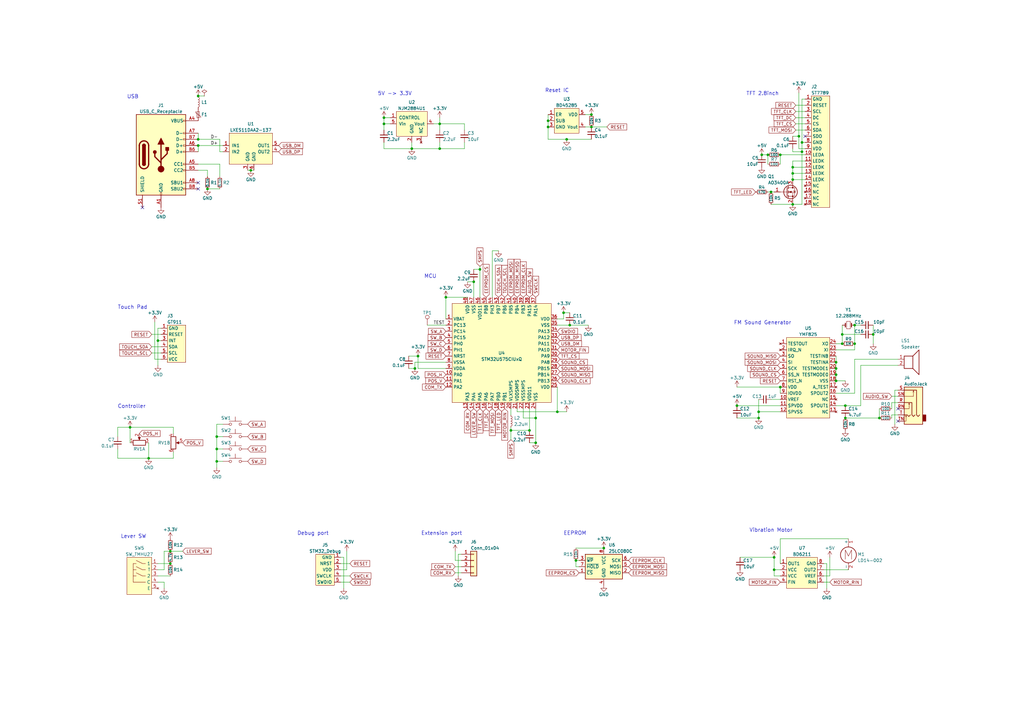
<source format=kicad_sch>
(kicad_sch (version 20230121) (generator eeschema)
  (paper "A3")
  (title_block (title "SmaCon") (date "2023-07-24") (rev "V1.0") (company "https://github.com/KimiakiK"))
  (lib_symbols
    (symbol "Connector:TestPoint" (pin_numbers hide) (pin_names (offset 0.762) hide)
      (property "Reference" "TP" (at 0 6.858 0))
      (property "Value" "TestPoint" (at 0 5.08 0))
      (symbol "TestPoint_1_1"
        (pin passive line (at 0 0 90) (length 2.54) (name "1") (number "1"))
      )
    )
    (symbol "Connector_Audio:AudioJack3_Switch"
      (property "Reference" "J" (at 0 11.43 0))
      (property "Value" "AudioJack3_Switch" (at 0 8.89 0))
      (symbol "AudioJack3_Switch_1_1"
        (pin passive line (at 5.08 0 180) (length 2.54) (name "~") (number "R"))
        (pin passive line (at 5.08 -2.54 180) (length 2.54) (name "~") (number "RN"))
        (pin passive line (at 5.08 5.08 180) (length 2.54) (name "~") (number "S"))
        (pin passive line (at 5.08 2.54 180) (length 2.54) (name "~") (number "SN"))
        (pin passive line (at 5.08 -5.08 180) (length 2.54) (name "~") (number "T"))
        (pin passive line (at 5.08 -7.62 180) (length 2.54) (name "~") (number "TN"))
      )
    )
    (symbol "Connector_Generic:Conn_01x04" (pin_names (offset 1.016) hide)
      (property "Reference" "J" (at 0 5.08 0))
      (property "Value" "Conn_01x04" (at 0 -7.62 0))
      (symbol "Conn_01x04_1_1"
        (pin passive line (at -5.08 2.54 0) (length 3.81) (name "Pin_1") (number "1"))
        (pin passive line (at -5.08 0 0) (length 3.81) (name "Pin_2") (number "2"))
        (pin passive line (at -5.08 -2.54 0) (length 3.81) (name "Pin_3") (number "3"))
        (pin passive line (at -5.08 -5.08 0) (length 3.81) (name "Pin_4") (number "4"))
      )
    )
    (symbol "Device:C_Small" (pin_numbers hide) (pin_names (offset 0.254) hide)
      (property "Reference" "C" (at 0.254 1.778 0))
      (property "Value" "C_Small" (at 0.254 -2.032 0))
      (symbol "C_Small_1_1"
        (pin passive line (at 0 2.54 270) (length 2.032) (name "~") (number "1"))
        (pin passive line (at 0 -2.54 90) (length 2.032) (name "~") (number "2"))
      )
    )
    (symbol "Device:Crystal_Small" (pin_numbers hide) (pin_names (offset 1.016) hide)
      (property "Reference" "Y" (at 0 2.54 0))
      (property "Value" "Crystal_Small" (at 0 -2.54 0))
      (symbol "Crystal_Small_1_1"
        (pin passive line (at -2.54 0 0) (length 1.27) (name "1") (number "1"))
        (pin passive line (at 2.54 0 180) (length 1.27) (name "2") (number "2"))
      )
    )
    (symbol "Device:L_Small" (pin_numbers hide) (pin_names (offset 0.254) hide)
      (property "Reference" "L" (at 0.762 1.016 0))
      (property "Value" "L_Small" (at 0.762 -1.016 0))
      (symbol "L_Small_1_1"
        (pin passive line (at 0 2.54 270) (length 0.508) (name "~") (number "1"))
        (pin passive line (at 0 -2.54 90) (length 0.508) (name "~") (number "2"))
      )
    )
    (symbol "Device:Polyfuse_Small" (pin_numbers hide) (pin_names (offset 0))
      (property "Reference" "F" (at -1.905 0 90))
      (property "Value" "Polyfuse_Small" (at 1.905 0 90))
      (symbol "Polyfuse_Small_1_1"
        (pin passive line (at 0 2.54 270) (length 0.635) (name "~") (number "1"))
        (pin passive line (at 0 -2.54 90) (length 0.635) (name "~") (number "2"))
      )
    )
    (symbol "Device:Q_NMOS_GSD" (pin_names (offset 0) hide)
      (property "Reference" "Q" (at 5.08 1.27 0))
      (property "Value" "Q_NMOS_GSD" (at 5.08 -1.27 0))
      (symbol "Q_NMOS_GSD_1_1"
        (pin input line (at -5.08 0 0) (length 2.54) (name "G") (number "1"))
        (pin passive line (at 2.54 -5.08 90) (length 2.54) (name "S") (number "2"))
        (pin passive line (at 2.54 5.08 270) (length 2.54) (name "D") (number "3"))
      )
    )
    (symbol "Device:R_Potentiometer_Dual_Separate" (pin_names (offset 1.016) hide)
      (property "Reference" "RV" (at -4.445 0 90))
      (property "Value" "R_Potentiometer_Dual_Separate" (at -2.54 0 90))
      (symbol "R_Potentiometer_Dual_Separate_1_1"
        (pin passive line (at 0 3.81 270) (length 1.27) (name "1") (number "1"))
        (pin passive line (at 3.81 0 180) (length 1.27) (name "2") (number "2"))
        (pin passive line (at 0 -3.81 90) (length 1.27) (name "3") (number "3"))
      )
      (symbol "R_Potentiometer_Dual_Separate_2_1"
        (pin passive line (at 0 3.81 270) (length 1.27) (name "4") (number "4"))
        (pin passive line (at 3.81 0 180) (length 1.27) (name "5") (number "5"))
        (pin passive line (at 0 -3.81 90) (length 1.27) (name "6") (number "6"))
      )
    )
    (symbol "Device:R_Small" (pin_numbers hide) (pin_names (offset 0.254) hide)
      (property "Reference" "R" (at 0.762 0.508 0))
      (property "Value" "R_Small" (at 0.762 -1.016 0))
      (symbol "R_Small_1_1"
        (pin passive line (at 0 2.54 270) (length 0.762) (name "~") (number "1"))
        (pin passive line (at 0 -2.54 90) (length 0.762) (name "~") (number "2"))
      )
    )
    (symbol "Device:Speaker" (pin_names (offset 0) hide)
      (property "Reference" "LS" (at 1.27 5.715 0))
      (property "Value" "Speaker" (at 1.27 3.81 0))
      (symbol "Speaker_1_1"
        (pin input line (at -5.08 0 0) (length 2.54) (name "1") (number "1"))
        (pin input line (at -5.08 -2.54 0) (length 2.54) (name "2") (number "2"))
      )
    )
    (symbol "Motor:Motor_DC" (pin_names (offset 0))
      (property "Reference" "M" (at 2.54 2.54 0))
      (property "Value" "Motor_DC" (at 2.54 -5.08 0))
      (symbol "Motor_DC_1_1"
        (pin passive line (at 0 5.08 270) (length 2.54) (name "+") (number "1"))
        (pin passive line (at 0 -7.62 90) (length 2.54) (name "-") (number "2"))
      )
    )
    (symbol "SmaCon:25LC080C"
      (property "Reference" "U" (at -7.62 6.35 0))
      (property "Value" "25LC080C" (at 2.54 -6.35 0))
      (symbol "25LC080C_1_1"
        (pin input line (at -10.16 -2.54 0) (length 2.54) (name "~{CS}") (number "1"))
        (pin tri_state line (at 10.16 -2.54 180) (length 2.54) (name "MISO") (number "2"))
        (pin input line (at -10.16 2.54 0) (length 2.54) (name "~{WP}") (number "3"))
        (pin power_in line (at 0 -7.62 90) (length 2.54) (name "GND") (number "4"))
        (pin input line (at 10.16 0 180) (length 2.54) (name "MOSI") (number "5"))
        (pin input line (at 10.16 2.54 180) (length 2.54) (name "SCK") (number "6"))
        (pin input line (at -10.16 0 0) (length 2.54) (name "~{HOLD}") (number "7"))
        (pin power_in line (at 0 7.62 270) (length 2.54) (name "VCC") (number "8"))
      )
    )
    (symbol "SmaCon:BD45285"
      (property "Reference" "U" (at 0 8.89 0))
      (property "Value" "BD45285" (at 0 6.35 0))
      (symbol "BD45285_0_0"
        (pin passive line (at -7.62 2.54 0) (length 2.54) (name "ER") (number "1"))
        (pin passive line (at -7.62 0 0) (length 2.54) (name "SUB") (number "2"))
        (pin power_in line (at -7.62 -2.54 0) (length 2.54) (name "GND") (number "3"))
        (pin passive line (at 7.62 -2.54 180) (length 2.54) (name "Vout") (number "4"))
        (pin power_in line (at 7.62 2.54 180) (length 2.54) (name "VDD") (number "5"))
      )
    )
    (symbol "SmaCon:BD6211"
      (property "Reference" "U" (at 0 10.16 0))
      (property "Value" "BD6211" (at 0 7.62 0))
      (symbol "BD6211_0_0"
        (pin passive line (at -8.89 3.81 0) (length 2.54) (name "OUT1") (number "1"))
        (pin power_in line (at -8.89 1.27 0) (length 2.54) (name "VCC") (number "2"))
        (pin power_in line (at -8.89 -1.27 0) (length 2.54) (name "VCC") (number "3"))
        (pin passive line (at -8.89 -3.81 0) (length 2.54) (name "FIN") (number "4"))
        (pin passive line (at 8.89 -3.81 180) (length 2.54) (name "RIN") (number "5"))
        (pin power_in line (at 8.89 -1.27 180) (length 2.54) (name "VREF") (number "6"))
        (pin passive line (at 8.89 1.27 180) (length 2.54) (name "OUT2") (number "7"))
        (pin power_in line (at 8.89 3.81 180) (length 2.54) (name "GND") (number "8"))
      )
    )
    (symbol "SmaCon:GT911"
      (property "Reference" "J" (at 0 11.43 0))
      (property "Value" "GT911" (at 0 8.89 0))
      (symbol "GT911_0_0"
        (pin power_in line (at -6.35 6.35 0) (length 2.54) (name "GND") (number "1"))
        (pin passive line (at -6.35 3.81 0) (length 2.54) (name "RESET") (number "2"))
        (pin passive line (at -6.35 1.27 0) (length 2.54) (name "INT") (number "3"))
        (pin passive line (at -6.35 -1.27 0) (length 2.54) (name "SDA") (number "4"))
        (pin passive line (at -6.35 -3.81 0) (length 2.54) (name "SCL") (number "5"))
        (pin power_in line (at -6.35 -6.35 0) (length 2.54) (name "VCC") (number "6"))
      )
    )
    (symbol "SmaCon:LXES11DAA2-137" (pin_names (offset 1.016))
      (property "Reference" "U" (at 0 0 0))
      (property "Value" "LXES11DAA2-137" (at 0 7.62 0))
      (symbol "LXES11DAA2-137_0_0"
        (pin passive line (at -11.43 1.27 0) (length 2.54) (name "IN1") (number "1"))
        (pin passive line (at -11.43 -1.27 0) (length 2.54) (name "IN2") (number "2"))
        (pin power_in line (at -1.27 -8.89 90) (length 2.54) (name "GND") (number "3"))
        (pin passive line (at 11.43 -1.27 180) (length 2.54) (name "OUT2") (number "4"))
        (pin passive line (at 11.43 1.27 180) (length 2.54) (name "OUT1") (number "5"))
        (pin power_in line (at 1.27 -8.89 90) (length 2.54) (name "GND") (number "6"))
      )
    )
    (symbol "SmaCon:NJM2884U1" (pin_names (offset 1.016))
      (property "Reference" "U" (at 0 3.81 0))
      (property "Value" "NJM2884U1" (at 0 6.35 0))
      (symbol "NJM2884U1_1_1"
        (pin passive line (at -8.89 0 0) (length 2.54) (name "CONTROL") (number "1"))
        (pin power_in line (at 0 -10.16 90) (length 2.54) (name "GND") (number "2"))
        (pin no_connect line (at 3.81 -10.16 90) (length 2.54) (name "NC") (number "3"))
        (pin power_out line (at 8.89 -2.54 180) (length 2.54) (name "Vout") (number "4"))
        (pin power_in line (at -8.89 -2.54 0) (length 2.54) (name "Vin") (number "5"))
      )
    )
    (symbol "SmaCon:ST7789"
      (property "Reference" "J" (at 0 26.67 0))
      (property "Value" "ST7789" (at 0 24.13 0))
      (symbol "ST7789_0_0"
        (pin power_in line (at -6.35 21.59 0) (length 2.54) (name "GND") (number "1"))
        (pin passive line (at -6.35 -1.27 0) (length 2.54) (name "LEDA") (number "10"))
        (pin passive line (at -6.35 -3.81 0) (length 2.54) (name "LEDK") (number "11"))
        (pin passive line (at -6.35 -6.35 0) (length 2.54) (name "LEDK") (number "12"))
        (pin passive line (at -6.35 -8.89 0) (length 2.54) (name "LEDK") (number "13"))
        (pin passive line (at -6.35 -11.43 0) (length 2.54) (name "LEDK") (number "14"))
        (pin no_connect line (at -6.35 -13.97 0) (length 2.54) (name "NC") (number "15"))
        (pin no_connect line (at -6.35 -16.51 0) (length 2.54) (name "NC") (number "16"))
        (pin no_connect line (at -6.35 -19.05 0) (length 2.54) (name "NC") (number "17"))
        (pin no_connect line (at -6.35 -21.59 0) (length 2.54) (name "NC") (number "18"))
        (pin passive line (at -6.35 19.05 0) (length 2.54) (name "RESET") (number "2"))
        (pin passive line (at -6.35 16.51 0) (length 2.54) (name "SCL") (number "3"))
        (pin passive line (at -6.35 13.97 0) (length 2.54) (name "DC") (number "4"))
        (pin passive line (at -6.35 11.43 0) (length 2.54) (name "CS") (number "5"))
        (pin passive line (at -6.35 8.89 0) (length 2.54) (name "SDA") (number "6"))
        (pin passive line (at -6.35 6.35 0) (length 2.54) (name "SDO") (number "7"))
        (pin power_in line (at -6.35 3.81 0) (length 2.54) (name "GND") (number "8"))
        (pin power_in line (at -6.35 1.27 0) (length 2.54) (name "VDD") (number "9"))
      )
    )
    (symbol "SmaCon:STM32U575CIUxQ"
      (property "Reference" "U" (at 0 1.27 0))
      (property "Value" "STM32U575CIUxQ" (at 0 -1.27 0))
      (symbol "STM32U575CIUxQ_0_0"
        (pin power_in line (at -22.86 13.97 0) (length 2.54) (name "VBAT") (number "1"))
        (pin passive line (at -22.86 -8.89 0) (length 2.54) (name "PA0") (number "10"))
        (pin passive line (at -22.86 -11.43 0) (length 2.54) (name "PA1") (number "11"))
        (pin passive line (at -22.86 -13.97 0) (length 2.54) (name "PA2") (number "12"))
        (pin passive line (at -13.97 -22.86 90) (length 2.54) (name "PA3") (number "13"))
        (pin passive line (at -11.43 -22.86 90) (length 2.54) (name "PA4") (number "14"))
        (pin passive line (at -8.89 -22.86 90) (length 2.54) (name "PA5") (number "15"))
        (pin passive line (at -6.35 -22.86 90) (length 2.54) (name "PA6") (number "16"))
        (pin passive line (at -3.81 -22.86 90) (length 2.54) (name "PA7") (number "17"))
        (pin passive line (at -1.27 -22.86 90) (length 2.54) (name "PB0") (number "18"))
        (pin passive line (at 1.27 -22.86 90) (length 2.54) (name "PB1") (number "19"))
        (pin passive line (at -22.86 11.43 0) (length 2.54) (name "PC13") (number "2"))
        (pin passive line (at 3.81 -22.86 90) (length 2.54) (name "VLXSMPS") (number "20"))
        (pin power_in line (at 6.35 -22.86 90) (length 2.54) (name "VDDSMPS") (number "21"))
        (pin power_in line (at 8.89 -22.86 90) (length 2.54) (name "VSSSMPS") (number "22"))
        (pin passive line (at 11.43 -22.86 90) (length 2.54) (name "VDD11") (number "23"))
        (pin power_in line (at 13.97 -22.86 90) (length 2.54) (name "VSS") (number "24"))
        (pin power_in line (at 22.86 -13.97 180) (length 2.54) (name "VDD") (number "25"))
        (pin passive line (at 22.86 -11.43 180) (length 2.54) (name "PB13") (number "26"))
        (pin passive line (at 22.86 -8.89 180) (length 2.54) (name "PB14") (number "27"))
        (pin passive line (at 22.86 -6.35 180) (length 2.54) (name "PB15") (number "28"))
        (pin passive line (at 22.86 -3.81 180) (length 2.54) (name "PA8") (number "29"))
        (pin passive line (at -22.86 8.89 0) (length 2.54) (name "PC14") (number "3"))
        (pin passive line (at 22.86 -1.27 180) (length 2.54) (name "PA9") (number "30"))
        (pin passive line (at 22.86 1.27 180) (length 2.54) (name "PA10") (number "31"))
        (pin passive line (at 22.86 3.81 180) (length 2.54) (name "PA11") (number "32"))
        (pin passive line (at 22.86 6.35 180) (length 2.54) (name "PA12") (number "33"))
        (pin passive line (at 22.86 8.89 180) (length 2.54) (name "PA13") (number "34"))
        (pin power_in line (at 22.86 11.43 180) (length 2.54) (name "VSS") (number "35"))
        (pin power_in line (at 22.86 13.97 180) (length 2.54) (name "VDD") (number "36"))
        (pin passive line (at 13.97 22.86 270) (length 2.54) (name "PA14") (number "37"))
        (pin passive line (at 11.43 22.86 270) (length 2.54) (name "PA15") (number "38"))
        (pin passive line (at 8.89 22.86 270) (length 2.54) (name "PB3") (number "39"))
        (pin passive line (at -22.86 6.35 0) (length 2.54) (name "PC15") (number "4"))
        (pin passive line (at 6.35 22.86 270) (length 2.54) (name "PB4") (number "40"))
        (pin passive line (at 3.81 22.86 270) (length 2.54) (name "PB5") (number "41"))
        (pin passive line (at 1.27 22.86 270) (length 2.54) (name "PB6") (number "42"))
        (pin passive line (at -1.27 22.86 270) (length 2.54) (name "PB7") (number "43"))
        (pin passive line (at -3.81 22.86 270) (length 2.54) (name "PH3") (number "44"))
        (pin passive line (at -6.35 22.86 270) (length 2.54) (name "PB8") (number "45"))
        (pin passive line (at -8.89 22.86 270) (length 2.54) (name "VDD11") (number "46"))
        (pin power_in line (at -11.43 22.86 270) (length 2.54) (name "VSS") (number "47"))
        (pin power_in line (at -13.97 22.86 270) (length 2.54) (name "VDD") (number "48"))
        (pin passive line (at -22.86 3.81 0) (length 2.54) (name "PH0") (number "5"))
        (pin passive line (at -22.86 1.27 0) (length 2.54) (name "PH1") (number "6"))
        (pin passive line (at -22.86 -1.27 0) (length 2.54) (name "NRST") (number "7"))
        (pin power_in line (at -22.86 -3.81 0) (length 2.54) (name "VSSA") (number "8"))
        (pin power_in line (at -22.86 -6.35 0) (length 2.54) (name "VDDA") (number "9"))
      )
    )
    (symbol "SmaCon:STM32_Debug_5pin" (pin_names (offset 1.016))
      (property "Reference" "J" (at 0 11.43 0))
      (property "Value" "STM32_Debug_5pin" (at 0 8.89 0))
      (symbol "STM32_Debug_5pin_1_1"
        (pin power_in line (at -6.35 5.08 0) (length 2.54) (name "GND") (number "1"))
        (pin passive line (at -6.35 2.54 0) (length 2.54) (name "NRST") (number "2"))
        (pin power_in line (at -6.35 0 0) (length 2.54) (name "VDD") (number "3"))
        (pin passive line (at -6.35 -2.54 0) (length 2.54) (name "SWCLK") (number "4"))
        (pin passive line (at -6.35 -5.08 0) (length 2.54) (name "SWDIO") (number "5"))
      )
    )
    (symbol "SmaCon:SW_TMHU27"
      (property "Reference" "SW" (at 0 8.89 0))
      (property "Value" "SW_TMHU27" (at 0 11.43 0))
      (symbol "SW_TMHU27_0_0"
        (pin passive line (at 7.62 5.08 180) (length 2.54) (name "1") (number "1"))
        (pin passive line (at 7.62 2.54 180) (length 2.54) (name "T") (number "2"))
        (pin passive line (at 7.62 0 180) (length 2.54) (name "2") (number "3"))
        (pin passive line (at 7.62 -2.54 180) (length 2.54) (name "C") (number "4"))
        (pin no_connect line (at 7.62 -5.08 180) (length 2.54) (name "E") (number "5"))
      )
    )
    (symbol "SmaCon:USB_C_Receptacle" (pin_names (offset 1.016))
      (property "Reference" "J" (at -10.16 17.78 0))
      (property "Value" "USB_C_Receptacle" (at 10.16 17.78 0))
      (symbol "USB_C_Receptacle_1_1"
        (pin power_out line (at 0 -21.59 90) (length 5.08) (name "GND") (number "A1"))
        (pin power_out line (at 0 -21.59 90) (length 5.08) hide (name "GND") (number "A12"))
        (pin power_out line (at 15.24 13.97 180) (length 5.08) (name "VBUS") (number "A4"))
        (pin passive line (at 15.24 -3.81 180) (length 5.08) (name "CC1") (number "A5"))
        (pin passive line (at 15.24 3.81 180) (length 5.08) (name "D+") (number "A6"))
        (pin passive line (at 15.24 8.89 180) (length 5.08) (name "D-") (number "A7"))
        (pin passive line (at 15.24 -11.43 180) (length 5.08) (name "SBU1") (number "A8"))
        (pin power_out line (at 15.24 13.97 180) (length 5.08) hide (name "VBUS") (number "A9"))
        (pin power_out line (at 0 -21.59 90) (length 5.08) hide (name "GND") (number "B1"))
        (pin power_out line (at 0 -21.59 90) (length 5.08) hide (name "GND") (number "B12"))
        (pin power_out line (at 15.24 13.97 180) (length 5.08) hide (name "VBUS") (number "B4"))
        (pin passive line (at 15.24 -6.35 180) (length 5.08) (name "CC2") (number "B5"))
        (pin passive line (at 15.24 1.27 180) (length 5.08) (name "D+") (number "B6"))
        (pin passive line (at 15.24 6.35 180) (length 5.08) (name "D-") (number "B7"))
        (pin passive line (at 15.24 -13.97 180) (length 5.08) (name "SBU2") (number "B8"))
        (pin power_out line (at 15.24 13.97 180) (length 5.08) hide (name "VBUS") (number "B9"))
        (pin passive line (at -7.62 -21.59 90) (length 5.08) (name "SHIELD") (number "S1"))
      )
    )
    (symbol "SmaCon:YMF825"
      (property "Reference" "U" (at 0 20.32 0))
      (property "Value" "YMF825" (at 0 17.78 0))
      (symbol "YMF825_0_0"
        (pin no_connect line (at -11.43 13.97 0) (length 2.54) (name "TESTOUT") (number "1"))
        (pin passive line (at -11.43 -8.89 0) (length 2.54) (name "VREF") (number "10"))
        (pin power_in line (at -11.43 -11.43 0) (length 2.54) (name "SPVDD") (number "11"))
        (pin power_in line (at -11.43 -13.97 0) (length 2.54) (name "SPVSS") (number "12"))
        (pin no_connect line (at 11.43 -13.97 180) (length 2.54) (name "NC") (number "13"))
        (pin passive line (at 11.43 -11.43 180) (length 2.54) (name "SPOUT1") (number "14"))
        (pin no_connect line (at 11.43 -8.89 180) (length 2.54) (name "NC") (number "15"))
        (pin passive line (at 11.43 -6.35 180) (length 2.54) (name "SPOUT2") (number "16"))
        (pin no_connect line (at 11.43 -3.81 180) (length 2.54) (name "A_TEST") (number "17"))
        (pin power_in line (at 11.43 -1.27 180) (length 2.54) (name "VSS") (number "18"))
        (pin passive line (at 11.43 1.27 180) (length 2.54) (name "TESTMODE0") (number "19"))
        (pin no_connect line (at -11.43 11.43 0) (length 2.54) (name "IRQ_N") (number "2"))
        (pin passive line (at 11.43 3.81 180) (length 2.54) (name "TESTMODE1") (number "20"))
        (pin passive line (at 11.43 6.35 180) (length 2.54) (name "TESTINA") (number "21"))
        (pin passive line (at 11.43 8.89 180) (length 2.54) (name "TESTINB") (number "22"))
        (pin passive line (at 11.43 11.43 180) (length 2.54) (name "XI") (number "23"))
        (pin passive line (at 11.43 13.97 180) (length 2.54) (name "XO") (number "24"))
        (pin passive line (at -11.43 8.89 0) (length 2.54) (name "SO") (number "3"))
        (pin passive line (at -11.43 6.35 0) (length 2.54) (name "SI") (number "4"))
        (pin passive line (at -11.43 3.81 0) (length 2.54) (name "SCK") (number "5"))
        (pin passive line (at -11.43 1.27 0) (length 2.54) (name "SS_N") (number "6"))
        (pin passive line (at -11.43 -1.27 0) (length 2.54) (name "RST_N") (number "7"))
        (pin power_in line (at -11.43 -3.81 0) (length 2.54) (name "VDD") (number "8"))
        (pin power_in line (at -11.43 -6.35 0) (length 2.54) (name "IOVDD") (number "9"))
      )
    )
    (symbol "Switch:SW_Push" (pin_numbers hide) (pin_names (offset 1.016) hide)
      (property "Reference" "SW" (at 1.27 2.54 0))
      (property "Value" "SW_Push" (at 0 -1.524 0))
      (symbol "SW_Push_0_1"
        (pin passive line (at -5.08 0 0) (length 2.54) (name "1") (number "1"))
        (pin passive line (at 5.08 0 180) (length 2.54) (name "2") (number "2"))
      )
    )
    (symbol "power:+3.3V" (power) (pin_names (offset 0))
      (property "Value" "+3.3V" (at 0 3.556 0))
      (symbol "+3.3V_1_1"
        (pin power_in line (at 0 0 90) (length 0) hide (name "+3.3V") (number "1"))
      )
    )
    (symbol "power:+5V" (power) (pin_names (offset 0))
      (property "Value" "+5V" (at 0 3.556 0))
      (symbol "+5V_1_1"
        (pin power_in line (at 0 0 90) (length 0) hide (name "+5V") (number "1"))
      )
    )
    (symbol "power:GND" (power) (pin_names (offset 0))
      (property "Value" "GND" (at 0 -3.81 0))
      (symbol "GND_1_1"
        (pin power_in line (at 0 0 270) (length 0) hide (name "GND") (number "1"))
      )
    )
    (symbol "power:PWR_FLAG" (power) (pin_numbers hide) (pin_names (offset 0) hide)
      (property "Value" "PWR_FLAG" (at 0 3.81 0))
      (symbol "PWR_FLAG_0_0"
        (pin power_out line (at 0 0 90) (length 0) (name "pwr") (number "1"))
      )
    )
  )
  (junction (at 236.22 229.87))
  (junction (at 219.71 171.45))
  (junction (at 302.26 166.37))
  (junction (at 231.14 128.27))
  (junction (at 311.15 171.45))
  (junction (at 64.77 139.7))
  (junction (at 325.12 71.12))
  (junction (at 85.09 77.47))
  (junction (at 194.31 115.57))
  (junction (at 342.9 156.21))
  (junction (at 342.9 151.13))
  (junction (at 81.28 39.37))
  (junction (at 217.17 176.53))
  (junction (at 224.79 52.07))
  (junction (at 60.96 187.96))
  (junction (at 360.68 171.45))
  (junction (at 358.14 137.16))
  (junction (at 350.52 140.97))
  (junction (at 157.48 50.8))
  (junction (at 325.12 68.58))
  (junction (at 69.85 226.06))
  (junction (at 346.71 171.45))
  (junction (at 81.28 57.15))
  (junction (at 228.6 168.91))
  (junction (at 311.15 168.91))
  (junction (at 328.93 58.42))
  (junction (at 328.93 62.23))
  (junction (at 171.45 146.05))
  (junction (at 182.88 121.92))
  (junction (at 325.12 83.82))
  (junction (at 346.71 166.37))
  (junction (at 316.23 78.74))
  (junction (at 247.65 224.79))
  (junction (at 242.57 52.07))
  (junction (at 345.44 137.16))
  (junction (at 320.04 158.75))
  (junction (at 325.12 73.66))
  (junction (at 219.71 181.61))
  (junction (at 69.85 231.14))
  (junction (at 345.44 140.97))
  (junction (at 342.9 148.59))
  (junction (at 157.48 48.26))
  (junction (at 196.85 110.49))
  (junction (at 180.34 60.96))
  (junction (at 317.5 233.68))
  (junction (at 209.55 176.53))
  (junction (at 317.5 228.6))
  (junction (at 180.34 50.8))
  (junction (at 314.96 63.5))
  (junction (at 312.42 63.5))
  (junction (at 320.04 63.5))
  (junction (at 53.34 175.26))
  (junction (at 88.9 184.15))
  (junction (at 168.91 60.96))
  (junction (at 81.28 59.69))
  (junction (at 242.57 46.99))
  (junction (at 232.41 57.15))
  (junction (at 88.9 189.23))
  (junction (at 233.68 133.35))
  (junction (at 170.18 151.13))
  (junction (at 327.66 55.88))
  (junction (at 350.52 133.35))
  (junction (at 88.9 179.07))
  (junction (at 102.87 69.85))
  (junction (at 224.79 49.53))
  (junction (at 342.9 153.67))
  (no_connect (at 368.3 172.72))
  (no_connect (at 58.42 85.09))
  (no_connect (at 81.28 77.47))
  (no_connect (at 368.3 167.64))
  (no_connect (at 81.28 74.93))
  (no_connect (at 330.2 55.88))
  (wire (pts (xy 209.55 175.26) (xy 209.55 176.53)))
  (wire (pts (xy 139.7 228.6) (xy 140.97 228.6)))
  (wire (pts (xy 325.12 60.96) (xy 325.12 62.23)))
  (wire (pts (xy 219.71 171.45) (xy 219.71 181.61)))
  (wire (pts (xy 214.63 167.64) (xy 214.63 171.45)))
  (wire (pts (xy 62.23 137.16) (xy 66.04 137.16)))
  (wire (pts (xy 101.6 69.85) (xy 102.87 69.85)))
  (wire (pts (xy 85.09 77.47) (xy 90.17 77.47)))
  (wire (pts (xy 139.7 231.14) (xy 143.51 231.14)))
  (wire (pts (xy 312.42 63.5) (xy 314.96 63.5)))
  (wire (pts (xy 360.68 167.64) (xy 360.68 171.45)))
  (wire (pts (xy 242.57 52.07) (xy 248.92 52.07)))
  (wire (pts (xy 171.45 146.05) (xy 171.45 151.13)))
  (wire (pts (xy 81.28 54.61) (xy 81.28 57.15)))
  (wire (pts (xy 168.91 60.96) (xy 180.34 60.96)))
  (wire (pts (xy 317.5 233.68) (xy 317.5 228.6)))
  (wire (pts (xy 325.12 68.58) (xy 325.12 71.12)))
  (wire (pts (xy 81.28 59.69) (xy 91.44 59.69)))
  (wire (pts (xy 365.76 165.1) (xy 368.3 165.1)))
  (wire (pts (xy 48.26 179.07) (xy 48.26 175.26)))
  (wire (pts (xy 350.52 161.29) (xy 350.52 147.32)))
  (wire (pts (xy 67.31 233.68) (xy 67.31 226.06)))
  (wire (pts (xy 139.7 233.68) (xy 142.24 233.68)))
  (wire (pts (xy 365.76 167.64) (xy 365.76 165.1)))
  (wire (pts (xy 328.93 83.82) (xy 325.12 83.82)))
  (wire (pts (xy 314.96 78.74) (xy 316.23 78.74)))
  (wire (pts (xy 71.12 177.8) (xy 71.12 175.26)))
  (wire (pts (xy 337.82 236.22) (xy 340.36 236.22)))
  (wire (pts (xy 66.04 147.32) (xy 63.5 147.32)))
  (wire (pts (xy 325.12 62.23) (xy 328.93 62.23)))
  (wire (pts (xy 190.5 58.42) (xy 190.5 60.96)))
  (wire (pts (xy 190.5 50.8) (xy 180.34 50.8)))
  (wire (pts (xy 236.22 224.79) (xy 247.65 224.79)))
  (wire (pts (xy 320.04 158.75) (xy 320.04 161.29)))
  (wire (pts (xy 316.23 78.74) (xy 317.5 78.74)))
  (wire (pts (xy 48.26 187.96) (xy 60.96 187.96)))
  (wire (pts (xy 358.14 133.35) (xy 358.14 137.16)))
  (wire (pts (xy 316.23 83.82) (xy 325.12 83.82)))
  (wire (pts (xy 327.66 55.88) (xy 327.66 38.1)))
  (wire (pts (xy 64.77 236.22) (xy 69.85 236.22)))
  (wire (pts (xy 91.44 179.07) (xy 88.9 179.07)))
  (wire (pts (xy 330.2 66.04) (xy 325.12 66.04)))
  (wire (pts (xy 228.6 133.35) (xy 233.68 133.35)))
  (wire (pts (xy 189.23 229.87) (xy 186.69 229.87)))
  (wire (pts (xy 311.15 163.83) (xy 311.15 168.91)))
  (wire (pts (xy 342.9 148.59) (xy 342.9 151.13)))
  (wire (pts (xy 350.52 143.51) (xy 350.52 140.97)))
  (wire (pts (xy 182.88 148.59) (xy 170.18 148.59)))
  (wire (pts (xy 224.79 52.07) (xy 224.79 57.15)))
  (wire (pts (xy 196.85 109.22) (xy 196.85 110.49)))
  (wire (pts (xy 339.09 231.14) (xy 339.09 241.3)))
  (wire (pts (xy 330.2 71.12) (xy 325.12 71.12)))
  (wire (pts (xy 320.04 233.68) (xy 317.5 233.68)))
  (wire (pts (xy 328.93 62.23) (xy 328.93 83.82)))
  (wire (pts (xy 102.87 69.85) (xy 104.14 69.85)))
  (wire (pts (xy 139.7 236.22) (xy 143.51 236.22)))
  (wire (pts (xy 88.9 179.07) (xy 88.9 184.15)))
  (wire (pts (xy 81.28 39.37) (xy 83.82 39.37)))
  (wire (pts (xy 330.2 68.58) (xy 325.12 68.58)))
  (wire (pts (xy 91.44 173.99) (xy 88.9 173.99)))
  (wire (pts (xy 48.26 175.26) (xy 53.34 175.26)))
  (wire (pts (xy 337.82 233.68) (xy 347.98 233.68)))
  (wire (pts (xy 91.44 184.15) (xy 88.9 184.15)))
  (wire (pts (xy 217.17 176.53) (xy 217.17 167.64)))
  (wire (pts (xy 224.79 46.99) (xy 224.79 49.53)))
  (wire (pts (xy 186.69 229.87) (xy 186.69 226.06)))
  (wire (pts (xy 346.71 171.45) (xy 360.68 171.45)))
  (wire (pts (xy 67.31 226.06) (xy 69.85 226.06)))
  (wire (pts (xy 212.09 168.91) (xy 228.6 168.91)))
  (wire (pts (xy 327.66 60.96) (xy 327.66 55.88)))
  (wire (pts (xy 140.97 228.6) (xy 140.97 241.3)))
  (wire (pts (xy 62.23 144.78) (xy 66.04 144.78)))
  (wire (pts (xy 326.39 53.34) (xy 330.2 53.34)))
  (wire (pts (xy 191.77 115.57) (xy 194.31 115.57)))
  (wire (pts (xy 316.23 163.83) (xy 320.04 163.83)))
  (wire (pts (xy 236.22 232.41) (xy 236.22 229.87)))
  (wire (pts (xy 187.96 227.33) (xy 187.96 236.22)))
  (wire (pts (xy 325.12 55.88) (xy 327.66 55.88)))
  (wire (pts (xy 302.26 171.45) (xy 311.15 171.45)))
  (wire (pts (xy 196.85 110.49) (xy 196.85 121.92)))
  (wire (pts (xy 236.22 229.87) (xy 237.49 229.87)))
  (wire (pts (xy 90.17 67.31) (xy 90.17 72.39)))
  (wire (pts (xy 91.44 189.23) (xy 88.9 189.23)))
  (wire (pts (xy 194.31 110.49) (xy 196.85 110.49)))
  (wire (pts (xy 328.93 40.64) (xy 328.93 58.42)))
  (wire (pts (xy 180.34 60.96) (xy 180.34 58.42)))
  (wire (pts (xy 330.2 40.64) (xy 328.93 40.64)))
  (wire (pts (xy 326.39 48.26) (xy 330.2 48.26)))
  (wire (pts (xy 231.14 130.81) (xy 228.6 130.81)))
  (wire (pts (xy 180.34 50.8) (xy 180.34 48.26)))
  (wire (pts (xy 314.96 63.5) (xy 314.96 67.31)))
  (wire (pts (xy 157.48 50.8) (xy 157.48 48.26)))
  (wire (pts (xy 214.63 171.45) (xy 219.71 171.45)))
  (wire (pts (xy 60.96 181.61) (xy 60.96 187.96)))
  (wire (pts (xy 186.69 232.41) (xy 189.23 232.41)))
  (wire (pts (xy 209.55 176.53) (xy 217.17 176.53)))
  (wire (pts (xy 64.77 134.62) (xy 64.77 139.7)))
  (wire (pts (xy 142.24 233.68) (xy 142.24 226.06)))
  (wire (pts (xy 320.04 236.22) (xy 317.5 236.22)))
  (wire (pts (xy 342.9 146.05) (xy 342.9 148.59)))
  (wire (pts (xy 353.06 166.37) (xy 353.06 149.86)))
  (wire (pts (xy 303.53 228.6) (xy 317.5 228.6)))
  (wire (pts (xy 88.9 189.23) (xy 88.9 191.77)))
  (wire (pts (xy 194.31 115.57) (xy 194.31 121.92)))
  (wire (pts (xy 64.77 231.14) (xy 69.85 231.14)))
  (wire (pts (xy 342.9 151.13) (xy 342.9 153.67)))
  (wire (pts (xy 326.39 50.8) (xy 330.2 50.8)))
  (wire (pts (xy 219.71 167.64) (xy 219.71 171.45)))
  (wire (pts (xy 66.04 134.62) (xy 64.77 134.62)))
  (wire (pts (xy 340.36 236.22) (xy 340.36 228.6)))
  (wire (pts (xy 201.93 102.87) (xy 204.47 102.87)))
  (wire (pts (xy 302.26 166.37) (xy 320.04 166.37)))
  (wire (pts (xy 350.52 133.35) (xy 353.06 133.35)))
  (wire (pts (xy 353.06 149.86) (xy 368.3 149.86)))
  (wire (pts (xy 168.91 58.42) (xy 168.91 60.96)))
  (wire (pts (xy 71.12 187.96) (xy 60.96 187.96)))
  (wire (pts (xy 170.18 148.59) (xy 170.18 151.13)))
  (wire (pts (xy 320.04 231.14) (xy 320.04 220.98)))
  (wire (pts (xy 71.12 175.26) (xy 53.34 175.26)))
  (wire (pts (xy 69.85 226.06) (xy 74.93 226.06)))
  (wire (pts (xy 325.12 73.66) (xy 330.2 73.66)))
  (wire (pts (xy 326.39 45.72) (xy 330.2 45.72)))
  (wire (pts (xy 90.17 57.15) (xy 81.28 57.15)))
  (wire (pts (xy 175.26 133.35) (xy 182.88 133.35)))
  (wire (pts (xy 302.26 158.75) (xy 320.04 158.75)))
  (wire (pts (xy 233.68 133.35) (xy 241.3 133.35)))
  (wire (pts (xy 167.64 151.13) (xy 170.18 151.13)))
  (wire (pts (xy 157.48 50.8) (xy 157.48 53.34)))
  (wire (pts (xy 139.7 238.76) (xy 143.51 238.76)))
  (wire (pts (xy 326.39 43.18) (xy 330.2 43.18)))
  (wire (pts (xy 201.93 102.87) (xy 201.93 121.92)))
  (wire (pts (xy 71.12 185.42) (xy 71.12 187.96)))
  (wire (pts (xy 228.6 158.75) (xy 228.6 168.91)))
  (wire (pts (xy 67.31 238.76) (xy 67.31 241.3)))
  (wire (pts (xy 209.55 167.64) (xy 209.55 170.18)))
  (wire (pts (xy 62.23 142.24) (xy 66.04 142.24)))
  (wire (pts (xy 320.04 63.5) (xy 320.04 67.31)))
  (wire (pts (xy 311.15 168.91) (xy 320.04 168.91)))
  (wire (pts (xy 231.14 128.27) (xy 231.14 130.81)))
  (wire (pts (xy 88.9 173.99) (xy 88.9 179.07)))
  (wire (pts (xy 180.34 50.8) (xy 180.34 53.34)))
  (wire (pts (xy 189.23 227.33) (xy 187.96 227.33)))
  (wire (pts (xy 342.9 156.21) (xy 346.71 156.21)))
  (wire (pts (xy 85.09 69.85) (xy 85.09 72.39)))
  (wire (pts (xy 224.79 57.15) (xy 232.41 57.15)))
  (wire (pts (xy 342.9 161.29) (xy 350.52 161.29)))
  (wire (pts (xy 311.15 171.45) (xy 311.15 168.91)))
  (wire (pts (xy 237.49 232.41) (xy 236.22 232.41)))
  (wire (pts (xy 48.26 184.15) (xy 48.26 187.96)))
  (wire (pts (xy 182.88 121.92) (xy 182.88 130.81)))
  (wire (pts (xy 240.03 52.07) (xy 242.57 52.07)))
  (wire (pts (xy 177.8 50.8) (xy 180.34 50.8)))
  (wire (pts (xy 320.04 220.98) (xy 347.98 220.98)))
  (wire (pts (xy 365.76 170.18) (xy 368.3 170.18)))
  (wire (pts (xy 320.04 63.5) (xy 330.2 63.5)))
  (wire (pts (xy 64.77 238.76) (xy 67.31 238.76)))
  (wire (pts (xy 81.28 67.31) (xy 90.17 67.31)))
  (wire (pts (xy 64.77 139.7) (xy 64.77 149.86)))
  (wire (pts (xy 157.48 60.96) (xy 168.91 60.96)))
  (wire (pts (xy 240.03 46.99) (xy 242.57 46.99)))
  (wire (pts (xy 209.55 176.53) (xy 209.55 180.34)))
  (wire (pts (xy 64.77 233.68) (xy 67.31 233.68)))
  (wire (pts (xy 342.9 166.37) (xy 346.71 166.37)))
  (wire (pts (xy 330.2 60.96) (xy 327.66 60.96)))
  (wire (pts (xy 212.09 167.64) (xy 212.09 168.91)))
  (wire (pts (xy 342.9 140.97) (xy 345.44 140.97)))
  (wire (pts (xy 368.3 160.02) (xy 367.03 160.02)))
  (wire (pts (xy 317.5 236.22) (xy 317.5 233.68)))
  (wire (pts (xy 350.52 140.97) (xy 350.52 133.35)))
  (wire (pts (xy 231.14 128.27) (xy 233.68 128.27)))
  (wire (pts (xy 358.14 137.16) (xy 358.14 140.97)))
  (wire (pts (xy 157.48 48.26) (xy 160.02 48.26)))
  (wire (pts (xy 345.44 137.16) (xy 353.06 137.16)))
  (wire (pts (xy 365.76 171.45) (xy 365.76 170.18)))
  (wire (pts (xy 224.79 49.53) (xy 224.79 52.07)))
  (wire (pts (xy 53.34 175.26) (xy 53.34 181.61)))
  (wire (pts (xy 63.5 147.32) (xy 63.5 132.08)))
  (wire (pts (xy 325.12 71.12) (xy 325.12 73.66)))
  (wire (pts (xy 346.71 166.37) (xy 353.06 166.37)))
  (wire (pts (xy 186.69 234.95) (xy 189.23 234.95)))
  (wire (pts (xy 350.52 147.32) (xy 368.3 147.32)))
  (wire (pts (xy 90.17 62.23) (xy 90.17 57.15)))
  (wire (pts (xy 328.93 58.42) (xy 328.93 62.23)))
  (wire (pts (xy 160.02 50.8) (xy 157.48 50.8)))
  (wire (pts (xy 367.03 160.02) (xy 367.03 173.99)))
  (wire (pts (xy 228.6 168.91) (xy 232.41 168.91)))
  (wire (pts (xy 190.5 53.34) (xy 190.5 50.8)))
  (wire (pts (xy 182.88 121.92) (xy 191.77 121.92)))
  (wire (pts (xy 88.9 184.15) (xy 88.9 189.23)))
  (wire (pts (xy 64.77 139.7) (xy 66.04 139.7)))
  (wire (pts (xy 345.44 137.16) (xy 345.44 133.35)))
  (wire (pts (xy 337.82 231.14) (xy 339.09 231.14)))
  (wire (pts (xy 232.41 57.15) (xy 242.57 57.15)))
  (wire (pts (xy 365.76 162.56) (xy 368.3 162.56)))
  (wire (pts (xy 167.64 146.05) (xy 171.45 146.05)))
  (wire (pts (xy 91.44 62.23) (xy 90.17 62.23)))
  (wire (pts (xy 342.9 143.51) (xy 350.52 143.51)))
  (wire (pts (xy 157.48 58.42) (xy 157.48 60.96)))
  (wire (pts (xy 345.44 140.97) (xy 345.44 137.16)))
  (wire (pts (xy 190.5 60.96) (xy 180.34 60.96)))
  (wire (pts (xy 325.12 66.04) (xy 325.12 68.58)))
  (wire (pts (xy 328.93 58.42) (xy 330.2 58.42)))
  (wire (pts (xy 342.9 153.67) (xy 342.9 156.21)))
  (wire (pts (xy 81.28 59.69) (xy 81.28 62.23)))
  (wire (pts (xy 81.28 69.85) (xy 85.09 69.85)))
  (wire (pts (xy 337.82 238.76) (xy 340.36 238.76)))
  (wire (pts (xy 182.88 151.13) (xy 171.45 151.13)))
  (wire (pts (xy 217.17 181.61) (xy 219.71 181.61)))
  (text "Controller" (at 48.26 167.64 0) (effects (font (size 1.524 1.524)) (justify left bottom)))
  (text "Reset IC" (at 223.52 38.1 0) (effects (font (size 1.524 1.524)) (justify left bottom)))
  (text "Extension port" (at 172.72 219.71 0) (effects (font (size 1.524 1.524)) (justify left bottom)))
  (text "Vibration Motor" (at 307.34 218.44 0) (effects (font (size 1.524 1.524)) (justify left bottom)))
  (text "USB" (at 52.07 40.64 0) (effects (font (size 1.524 1.524)) (justify left bottom)))
  (text "EEPROM" (at 231.14 219.71 0) (effects (font (size 1.524 1.524)) (justify left bottom)))
  (text "Touch Pad" (at 48.26 127 0) (effects (font (size 1.524 1.524)) (justify left bottom)))
  (text "Lever SW" (at 49.53 220.98 0) (effects (font (size 1.524 1.524)) (justify left bottom)))
  (text "FM Sound Generator" (at 300.99 133.35 0) (effects (font (size 1.524 1.524)) (justify left bottom)))
  (text "Debug port" (at 121.92 219.71 0) (effects (font (size 1.524 1.524)) (justify left bottom)))
  (text "TFT 2.8inch" (at 306.07 39.37 0) (effects (font (size 1.524 1.524)) (justify left bottom)))
  (text "5V -> 3.3V" (at 154.94 39.37 0) (effects (font (size 1.524 1.524)) (justify left bottom)))
  (text "MCU" (at 173.99 114.3 0) (effects (font (size 1.524 1.524)) (justify left bottom)))
  (label "D-" (at 86.36 57.15 0))
  (label "D+" (at 86.36 59.69 0))
  (label "TEST" (at 177.8 133.35 0))
  (global_label "POS_V" (shape input) (at 182.88 156.21 180) (property "Intersheetrefs" "${INTERSHEET_REFS}" (effects hide)))
  (global_label "SWDIO" (shape input) (at 228.6 135.89 0) (property "Intersheetrefs" "${INTERSHEET_REFS}" (effects hide)))
  (global_label "TFT_MOSI" (shape input) (at 326.39 53.34 180) (property "Intersheetrefs" "${INTERSHEET_REFS}" (effects hide)))
  (global_label "POS_H" (shape input) (at 57.15 177.8 0) (property "Intersheetrefs" "${INTERSHEET_REFS}" (effects hide)))
  (global_label "SOUND_CLK" (shape input) (at 320.04 151.13 180) (property "Intersheetrefs" "${INTERSHEET_REFS}" (effects hide)))
  (global_label "TFT_LED" (shape input) (at 309.88 78.74 180) (property "Intersheetrefs" "${INTERSHEET_REFS}" (effects hide)))
  (global_label "TFT_MOSI" (shape input) (at 201.93 167.64 270) (property "Intersheetrefs" "${INTERSHEET_REFS}" (effects hide)))
  (global_label "TFT_CS" (shape input) (at 228.6 146.05 0) (property "Intersheetrefs" "${INTERSHEET_REFS}" (effects hide)))
  (global_label "SOUND_MISO" (shape input) (at 320.04 146.05 180) (property "Intersheetrefs" "${INTERSHEET_REFS}" (effects hide)))
  (global_label "TFT_DC" (shape input) (at 199.39 167.64 270) (property "Intersheetrefs" "${INTERSHEET_REFS}" (effects hide)))
  (global_label "USB_DP" (shape input) (at 228.6 138.43 0) (property "Intersheetrefs" "${INTERSHEET_REFS}" (effects hide)))
  (global_label "SW_A" (shape input) (at 182.88 135.89 180) (property "Intersheetrefs" "${INTERSHEET_REFS}" (effects hide)))
  (global_label "COM_RX" (shape input) (at 186.69 234.95 180) (property "Intersheetrefs" "${INTERSHEET_REFS}" (effects hide)))
  (global_label "SW_A" (shape input) (at 101.6 173.99 0) (property "Intersheetrefs" "${INTERSHEET_REFS}" (effects hide)))
  (global_label "RESET" (shape input) (at 143.51 231.14 0) (property "Intersheetrefs" "${INTERSHEET_REFS}" (effects hide)))
  (global_label "SOUND_CS" (shape input) (at 320.04 153.67 180) (property "Intersheetrefs" "${INTERSHEET_REFS}" (effects hide)))
  (global_label "EEPROM_MOSI" (shape input) (at 257.81 232.41 0) (property "Intersheetrefs" "${INTERSHEET_REFS}" (effects hide)))
  (global_label "AUDIO_SW" (shape input) (at 365.76 162.56 180) (property "Intersheetrefs" "${INTERSHEET_REFS}" (effects hide)))
  (global_label "SW_B" (shape input) (at 101.6 179.07 0) (property "Intersheetrefs" "${INTERSHEET_REFS}" (effects hide)))
  (global_label "EEPROM_CS" (shape input) (at 199.39 121.92 90) (property "Intersheetrefs" "${INTERSHEET_REFS}" (effects hide)))
  (global_label "TFT_CLK" (shape input) (at 196.85 167.64 270) (property "Intersheetrefs" "${INTERSHEET_REFS}" (effects hide)))
  (global_label "COM_RX" (shape input) (at 191.77 167.64 270) (property "Intersheetrefs" "${INTERSHEET_REFS}" (effects hide)))
  (global_label "SW_D" (shape input) (at 101.6 189.23 0) (property "Intersheetrefs" "${INTERSHEET_REFS}" (effects hide)))
  (global_label "RESET" (shape input) (at 182.88 146.05 180) (property "Intersheetrefs" "${INTERSHEET_REFS}" (effects hide)))
  (global_label "SOUND_MOSI" (shape input) (at 228.6 151.13 0) (property "Intersheetrefs" "${INTERSHEET_REFS}" (effects hide)))
  (global_label "LEVER_SW" (shape input) (at 74.93 226.06 0) (property "Intersheetrefs" "${INTERSHEET_REFS}" (effects hide)))
  (global_label "SWCLK" (shape input) (at 143.51 236.22 0) (property "Intersheetrefs" "${INTERSHEET_REFS}" (effects hide)))
  (global_label "RESET" (shape input) (at 248.92 52.07 0) (property "Intersheetrefs" "${INTERSHEET_REFS}" (effects hide)))
  (global_label "MOTOR_FIN" (shape input) (at 228.6 143.51 0) (property "Intersheetrefs" "${INTERSHEET_REFS}" (effects hide)))
  (global_label "RESET" (shape input) (at 320.04 156.21 180) (property "Intersheetrefs" "${INTERSHEET_REFS}" (effects hide)))
  (global_label "USB_DM" (shape input) (at 114.3 59.69 0) (property "Intersheetrefs" "${INTERSHEET_REFS}" (effects hide)))
  (global_label "SOUND_MOSI" (shape input) (at 320.04 148.59 180) (property "Intersheetrefs" "${INTERSHEET_REFS}" (effects hide)))
  (global_label "SMPS" (shape input) (at 196.85 109.22 90) (property "Intersheetrefs" "${INTERSHEET_REFS}" (effects hide)))
  (global_label "EEPROM_CLK" (shape input) (at 214.63 121.92 90) (property "Intersheetrefs" "${INTERSHEET_REFS}" (effects hide)))
  (global_label "SOUND_CLK" (shape input) (at 228.6 156.21 0) (property "Intersheetrefs" "${INTERSHEET_REFS}" (effects hide)))
  (global_label "EEPROM_CLK" (shape input) (at 257.81 229.87 0) (property "Intersheetrefs" "${INTERSHEET_REFS}" (effects hide)))
  (global_label "EEPROM_MISO" (shape input) (at 257.81 234.95 0) (property "Intersheetrefs" "${INTERSHEET_REFS}" (effects hide)))
  (global_label "MOTOR_FIN" (shape input) (at 320.04 238.76 180) (property "Intersheetrefs" "${INTERSHEET_REFS}" (effects hide)))
  (global_label "POS_V" (shape input) (at 74.93 181.61 0) (property "Intersheetrefs" "${INTERSHEET_REFS}" (effects hide)))
  (global_label "MOTOR_RIN" (shape input) (at 340.36 238.76 0) (property "Intersheetrefs" "${INTERSHEET_REFS}" (effects hide)))
  (global_label "EEPROM_MOSI" (shape input) (at 209.55 121.92 90) (property "Intersheetrefs" "${INTERSHEET_REFS}" (effects hide)))
  (global_label "SOUND_MISO" (shape input) (at 228.6 153.67 0) (property "Intersheetrefs" "${INTERSHEET_REFS}" (effects hide)))
  (global_label "TOUCH_SCL" (shape input) (at 207.01 121.92 90) (property "Intersheetrefs" "${INTERSHEET_REFS}" (effects hide)))
  (global_label "SWDIO" (shape input) (at 143.51 238.76 0) (property "Intersheetrefs" "${INTERSHEET_REFS}" (effects hide)))
  (global_label "AUDIO_SW" (shape input) (at 217.17 121.92 90) (property "Intersheetrefs" "${INTERSHEET_REFS}" (effects hide)))
  (global_label "RESET" (shape input) (at 62.23 137.16 180) (property "Intersheetrefs" "${INTERSHEET_REFS}" (effects hide)))
  (global_label "TOUCH_SDA" (shape input) (at 204.47 121.92 90) (property "Intersheetrefs" "${INTERSHEET_REFS}" (effects hide)))
  (global_label "SW_C" (shape input) (at 101.6 184.15 0) (property "Intersheetrefs" "${INTERSHEET_REFS}" (effects hide)))
  (global_label "TFT_LED" (shape input) (at 204.47 167.64 270) (property "Intersheetrefs" "${INTERSHEET_REFS}" (effects hide)))
  (global_label "EEPROM_CS" (shape input) (at 237.49 234.95 180) (property "Intersheetrefs" "${INTERSHEET_REFS}" (effects hide)))
  (global_label "RESET" (shape input) (at 326.39 43.18 180) (property "Intersheetrefs" "${INTERSHEET_REFS}" (effects hide)))
  (global_label "COM_TX" (shape input) (at 182.88 158.75 180) (property "Intersheetrefs" "${INTERSHEET_REFS}" (effects hide)))
  (global_label "TFT_CLK" (shape input) (at 326.39 45.72 180) (property "Intersheetrefs" "${INTERSHEET_REFS}" (effects hide)))
  (global_label "LEVER_SW" (shape input) (at 194.31 167.64 270) (property "Intersheetrefs" "${INTERSHEET_REFS}" (effects hide)))
  (global_label "COM_TX" (shape input) (at 186.69 232.41 180) (property "Intersheetrefs" "${INTERSHEET_REFS}" (effects hide)))
  (global_label "SWCLK" (shape input) (at 219.71 121.92 90) (property "Intersheetrefs" "${INTERSHEET_REFS}" (effects hide)))
  (global_label "TFT_CS" (shape input) (at 326.39 50.8 180) (property "Intersheetrefs" "${INTERSHEET_REFS}" (effects hide)))
  (global_label "USB_DP" (shape input) (at 114.3 62.23 0) (property "Intersheetrefs" "${INTERSHEET_REFS}" (effects hide)))
  (global_label "SMPS" (shape input) (at 209.55 180.34 270) (property "Intersheetrefs" "${INTERSHEET_REFS}" (effects hide)))
  (global_label "POS_H" (shape input) (at 182.88 153.67 180) (property "Intersheetrefs" "${INTERSHEET_REFS}" (effects hide)))
  (global_label "SOUND_CS" (shape input) (at 228.6 148.59 0) (property "Intersheetrefs" "${INTERSHEET_REFS}" (effects hide)))
  (global_label "TOUCH_SCL" (shape input) (at 62.23 144.78 180) (property "Intersheetrefs" "${INTERSHEET_REFS}" (effects hide)))
  (global_label "SW_B" (shape input) (at 182.88 138.43 180) (property "Intersheetrefs" "${INTERSHEET_REFS}" (effects hide)))
  (global_label "TFT_DC" (shape input) (at 326.39 48.26 180) (property "Intersheetrefs" "${INTERSHEET_REFS}" (effects hide)))
  (global_label "USB_DM" (shape input) (at 228.6 140.97 0) (property "Intersheetrefs" "${INTERSHEET_REFS}" (effects hide)))
  (global_label "TOUCH_SDA" (shape input) (at 62.23 142.24 180) (property "Intersheetrefs" "${INTERSHEET_REFS}" (effects hide)))
  (global_label "EEPROM_MISO" (shape input) (at 212.09 121.92 90) (property "Intersheetrefs" "${INTERSHEET_REFS}" (effects hide)))
  (global_label "SW_D" (shape input) (at 182.88 143.51 180) (property "Intersheetrefs" "${INTERSHEET_REFS}" (effects hide)))
  (global_label "MOTOR_RIN" (shape input) (at 207.01 167.64 270) (property "Intersheetrefs" "${INTERSHEET_REFS}" (effects hide)))
  (global_label "SW_C" (shape input) (at 182.88 140.97 180) (property "Intersheetrefs" "${INTERSHEET_REFS}" (effects hide)))
  (symbol (lib_id "Device:R_Small") (at 69.85 228.6 0) (unit 1)
    (property "Reference" "R13" (at 71.12 228.6 0) (effects (justify left)))
    (property "Value" "4.7k" (at 69.85 228.6 90) (effects (font (size 1.016 1.016))))
    (property "Footprint" "SmaCon:1005Metric" (effects hide))
  )
  (symbol (lib_id "power:GND") (at 140.97 241.3 0) (unit 1)
    (property "Reference" "#PWR037" (effects hide))
    (property "Value" "GND" (at 140.97 245.11 0))
  )
  (symbol (lib_id "power:+3.3V") (at 302.26 158.75 0) (unit 1)
    (property "Reference" "#PWR028" (effects hide))
    (property "Value" "+3.3V" (at 302.26 154.94 0))
  )
  (symbol (lib_id "power:GND") (at 367.03 173.99 0) (unit 1)
    (property "Reference" "#PWR034" (effects hide))
    (property "Value" "GND" (at 367.03 177.8 0))
  )
  (symbol (lib_id "SmaCon:YMF825") (at 331.47 154.94 0) (unit 1)
    (property "Reference" "U5" (at 331.47 134.62 0))
    (property "Value" "YMF825" (at 331.47 137.16 0))
    (property "Footprint" "SmaCon:SSOP-24_5.3x8.2mm_P0.65mm" (effects hide))
  )
  (symbol (lib_id "power:+5V") (at 340.36 228.6 0) (unit 1)
    (property "Reference" "#PWR046" (effects hide))
    (property "Value" "+5V" (at 340.36 224.79 0))
  )
  (symbol (lib_id "Device:R_Small") (at 317.5 67.31 90) (unit 1)
    (property "Reference" "R7" (at 317.5 65.405 90))
    (property "Value" "100" (at 317.5 67.31 90) (effects (font (size 1.016 1.016))))
    (property "Footprint" "SmaCon:2012Metric" (effects hide))
  )
  (symbol (lib_id "power:GND") (at 168.91 60.96 0) (unit 1)
    (property "Reference" "#PWR06" (effects hide))
    (property "Value" "GND" (at 168.91 64.77 0))
  )
  (symbol (lib_id "power:GND") (at 247.65 240.03 0) (unit 1)
    (property "Reference" "#PWR042" (effects hide))
    (property "Value" "GND" (at 247.65 243.84 0))
  )
  (symbol (lib_id "power:+3.3V") (at 69.85 220.98 0) (unit 1)
    (property "Reference" "#PWR036" (effects hide))
    (property "Value" "+3.3V" (at 69.85 217.17 0))
  )
  (symbol (lib_id "power:GND") (at 191.77 115.57 0) (unit 1)
    (property "Reference" "#PWR022" (effects hide))
    (property "Value" "GND" (at 191.77 119.38 0))
  )
  (symbol (lib_id "power:GND") (at 204.47 102.87 0) (unit 1)
    (property "Reference" "#PWR023" (effects hide))
    (property "Value" "GND" (at 204.47 106.68 0))
  )
  (symbol (lib_id "power:+3.3V") (at 231.14 128.27 0) (unit 1)
    (property "Reference" "#PWR025" (effects hide))
    (property "Value" "+3.3V" (at 231.14 124.46 0))
  )
  (symbol (lib_id "Device:R_Small") (at 312.42 78.74 90) (unit 1)
    (property "Reference" "R4" (at 312.42 76.835 90))
    (property "Value" "470" (at 312.42 78.74 90) (effects (font (size 1.016 1.016))))
    (property "Footprint" "SmaCon:1005Metric" (effects hide))
  )
  (symbol (lib_id "Device:R_Small") (at 347.98 140.97 90) (unit 1)
    (property "Reference" "R9" (at 347.98 139.065 90))
    (property "Value" "1M" (at 347.98 140.97 90) (effects (font (size 1.016 1.016))))
    (property "Footprint" "SmaCon:1005Metric" (effects hide))
  )
  (symbol (lib_id "power:GND") (at 85.09 77.47 0) (unit 1)
    (property "Reference" "#PWR03" (effects hide))
    (property "Value" "GND" (at 85.09 81.28 0))
  )
  (symbol (lib_id "Device:C_Small") (at 355.6 133.35 90) (unit 1)
    (property "Reference" "C15" (at 354.33 132.08 90) (effects (justify left)))
    (property "Value" "10pF" (at 358.14 132.08 90) (effects (justify right)))
    (property "Footprint" "SmaCon:1005Metric" (effects hide))
  )
  (symbol (lib_id "SmaCon:BD6211") (at 328.93 234.95 0) (unit 1)
    (property "Reference" "U7" (at 328.93 224.79 0))
    (property "Value" "BD6211" (at 328.93 227.33 0))
    (property "Footprint" "SmaCon:SOP-8_4.4x5.0mm_P1.27mm" (effects hide))
  )
  (symbol (lib_id "Connector:TestPoint") (at 175.26 133.35 0) (unit 1)
    (property "Reference" "TP1" (at 175.26 128.27 0))
    (property "Value" "TestPoint" (effects hide))
    (property "Footprint" "SmaCon:TestPoint_THTPad_D1.2mm_Drill0.8mm" (effects hide))
  )
  (symbol (lib_id "Device:R_Small") (at 69.85 233.68 0) (unit 1)
    (property "Reference" "R14" (at 71.12 233.68 0) (effects (justify left)))
    (property "Value" "10k" (at 69.85 233.68 90) (effects (font (size 1.016 1.016))))
    (property "Footprint" "SmaCon:1005Metric" (effects hide))
  )
  (symbol (lib_id "Device:C_Small") (at 190.5 55.88 0) (unit 1)
    (property "Reference" "C3" (at 191.77 54.61 0) (effects (justify left)))
    (property "Value" "10uF" (at 191.77 57.15 0) (effects (justify left)))
    (property "Footprint" "SmaCon:1608Metric" (effects hide))
  )
  (symbol (lib_id "power:+3.3V") (at 242.57 46.99 0) (unit 1)
    (property "Reference" "#PWR09" (effects hide))
    (property "Value" "+3.3V" (at 242.57 43.18 0))
  )
  (symbol (lib_id "power:GND") (at 66.04 85.09 0) (unit 1)
    (property "Reference" "#PWR01" (effects hide))
    (property "Value" "GND" (at 66.04 88.9 0))
  )
  (symbol (lib_id "power:GND") (at 187.96 236.22 0) (unit 1)
    (property "Reference" "#PWR040" (effects hide))
    (property "Value" "GND" (at 187.96 240.03 0))
  )
  (symbol (lib_id "power:GND") (at 60.96 187.96 0) (unit 1)
    (property "Reference" "#PWR015" (effects hide))
    (property "Value" "GND" (at 60.96 191.77 0))
  )
  (symbol (lib_id "Connector_Audio:AudioJack3_Switch") (at 373.38 165.1 0) (mirror y) (unit 1)
    (property "Reference" "J4" (at 370.84 154.94 0) (effects (justify right)))
    (property "Value" "AudioJack" (at 370.84 157.48 0) (effects (justify right)))
    (property "Footprint" "SmaCon:PJ-3420" (effects hide))
  )
  (symbol (lib_id "Connector_Generic:Conn_01x04") (at 194.31 229.87 0) (unit 1)
    (property "Reference" "J6" (at 193.04 222.25 0) (effects (justify left)))
    (property "Value" "Conn_01x04" (at 193.04 224.79 0) (effects (justify left)))
    (property "Footprint" "SmaCon:PinHeader_1x04_P2.54mm_Horizontal" (effects hide))
  )
  (symbol (lib_id "Device:Crystal_Small") (at 347.98 133.35 0) (unit 1)
    (property "Reference" "Y1" (at 347.98 127 0))
    (property "Value" "12.288MHz" (at 347.98 129.54 0))
    (property "Footprint" "SmaCon:Crystal_SMD_TXC_AX_8045-2Pin_8.0x4.5mm" (effects hide))
  )
  (symbol (lib_id "Device:R_Small") (at 90.17 74.93 0) (unit 1)
    (property "Reference" "R2" (at 91.44 74.93 0) (effects (justify left)))
    (property "Value" "5.1k" (at 90.17 74.93 90) (effects (font (size 1.016 1.016))))
    (property "Footprint" "SmaCon:1005Metric" (effects hide))
  )
  (symbol (lib_id "power:+3.3V") (at 247.65 224.79 0) (unit 1)
    (property "Reference" "#PWR041" (effects hide))
    (property "Value" "+3.3V" (at 247.65 220.98 0))
  )
  (symbol (lib_id "Device:C_Small") (at 194.31 113.03 0) (unit 1)
    (property "Reference" "C9" (at 193.04 111.76 0) (effects (justify right)))
    (property "Value" "2.2uF" (at 193.04 114.3 0) (effects (justify right)))
    (property "Footprint" "SmaCon:1005Metric" (effects hide))
  )
  (symbol (lib_id "Device:R_Small") (at 316.23 81.28 0) (unit 1)
    (property "Reference" "R5" (at 317.5 81.28 0) (effects (justify left)))
    (property "Value" "10k" (at 316.23 81.28 90) (effects (font (size 1.016 1.016))))
    (property "Footprint" "SmaCon:1005Metric" (effects hide))
  )
  (symbol (lib_id "power:+5V") (at 157.48 48.26 0) (unit 1)
    (property "Reference" "#PWR05" (effects hide))
    (property "Value" "+5V" (at 157.48 44.45 0))
  )
  (symbol (lib_id "Switch:SW_Push") (at 96.52 173.99 0) (unit 1)
    (property "Reference" "SW1" (at 92.71 171.45 0))
    (property "Value" "SW_Push" (effects hide))
    (property "Footprint" "SmaCon:tact_switch" (effects hide))
  )
  (symbol (lib_id "power:GND") (at 219.71 181.61 0) (unit 1)
    (property "Reference" "#PWR024" (effects hide))
    (property "Value" "GND" (at 219.71 185.42 0))
  )
  (symbol (lib_id "power:GND") (at 67.31 241.3 0) (unit 1)
    (property "Reference" "#PWR035" (effects hide))
    (property "Value" "GND" (at 67.31 245.11 0))
  )
  (symbol (lib_id "power:GND") (at 88.9 191.77 0) (unit 1)
    (property "Reference" "#PWR018" (effects hide))
    (property "Value" "GND" (at 88.9 195.58 0))
  )
  (symbol (lib_id "Device:R_Small") (at 242.57 49.53 0) (unit 1)
    (property "Reference" "R3" (at 243.84 49.53 0) (effects (justify left)))
    (property "Value" "10k" (at 242.57 49.53 90) (effects (font (size 1.016 1.016))))
    (property "Footprint" "SmaCon:1005Metric" (effects hide))
  )
  (symbol (lib_id "Device:Speaker") (at 373.38 147.32 0) (unit 1)
    (property "Reference" "LS1" (at 369.57 139.7 0) (effects (justify left)))
    (property "Value" "Speaker" (at 369.57 142.24 0) (effects (justify left)))
    (property "Footprint" "SmaCon:micro_speaker" (effects hide))
  )
  (symbol (lib_id "power:+3.3V") (at 186.69 226.06 0) (unit 1)
    (property "Reference" "#PWR039" (effects hide))
    (property "Value" "+3.3V" (at 186.69 222.25 0))
  )
  (symbol (lib_id "SmaCon:GT911") (at 72.39 140.97 0) (unit 1)
    (property "Reference" "J3" (at 68.58 129.54 0) (effects (justify left)))
    (property "Value" "GT911" (at 68.58 132.08 0) (effects (justify left)))
    (property "Footprint" "SmaCon:Hirose_FH12-6S-0.5SH_1x06-1MP_P0.50mm_Horizontal" (effects hide))
  )
  (symbol (lib_id "Device:C_Small") (at 302.26 168.91 0) (unit 1)
    (property "Reference" "C12" (at 303.53 167.64 0) (effects (justify left)))
    (property "Value" "10uF" (at 303.53 170.18 0) (effects (justify left)))
    (property "Footprint" "SmaCon:1608Metric" (effects hide))
  )
  (symbol (lib_id "power:PWR_FLAG") (at 83.82 39.37 0) (unit 1)
    (property "Reference" "#FLG01" (effects hide))
    (property "Value" "PWR_FLAG" (effects hide))
  )
  (symbol (lib_id "Device:R_Small") (at 69.85 223.52 0) (unit 1)
    (property "Reference" "R12" (at 71.12 223.52 0) (effects (justify left)))
    (property "Value" "10k" (at 69.85 223.52 90) (effects (font (size 1.016 1.016))))
    (property "Footprint" "SmaCon:1005Metric" (effects hide))
  )
  (symbol (lib_id "power:+3.3V") (at 142.24 226.06 0) (unit 1)
    (property "Reference" "#PWR038" (effects hide))
    (property "Value" "+3.3V" (at 142.24 222.25 0))
  )
  (symbol (lib_id "power:+5V") (at 302.26 166.37 0) (unit 1)
    (property "Reference" "#PWR029" (effects hide))
    (property "Value" "+5V" (at 302.26 162.56 0))
  )
  (symbol (lib_id "SmaCon:USB_C_Receptacle") (at 66.04 63.5 0) (unit 1)
    (property "Reference" "J1" (at 66.04 43.18 0))
    (property "Value" "USB_C_Receptacle" (at 66.04 45.72 0))
    (property "Footprint" "SmaCon:USB Type-C 5077CR-16SMC2-BK-TR" (effects hide))
  )
  (symbol (lib_id "Device:R_Small") (at 346.71 173.99 0) (unit 1)
    (property "Reference" "R8" (at 347.98 173.99 0) (effects (justify left)))
    (property "Value" "10k" (at 346.71 173.99 90) (effects (font (size 1.016 1.016))))
    (property "Footprint" "SmaCon:1005Metric" (effects hide))
  )
  (symbol (lib_id "Device:C_Small") (at 167.64 148.59 0) (unit 1)
    (property "Reference" "C8" (at 166.37 147.32 0) (effects (justify right)))
    (property "Value" "0.1uF" (at 166.37 149.86 0) (effects (justify right)))
    (property "Footprint" "SmaCon:1005Metric" (effects hide))
  )
  (symbol (lib_id "power:GND") (at 311.15 171.45 0) (unit 1)
    (property "Reference" "#PWR030" (effects hide))
    (property "Value" "GND" (at 311.15 175.26 0))
  )
  (symbol (lib_id "Device:R_Small") (at 363.22 167.64 90) (unit 1)
    (property "Reference" "R10" (at 363.22 165.735 90))
    (property "Value" "100" (at 363.22 167.64 90) (effects (font (size 1.016 1.016))))
    (property "Footprint" "SmaCon:2012Metric" (effects hide))
  )
  (symbol (lib_id "power:GND") (at 102.87 69.85 0) (unit 1)
    (property "Reference" "#PWR04" (effects hide))
    (property "Value" "GND" (at 102.87 73.66 0))
  )
  (symbol (lib_id "Device:C_Small") (at 313.69 163.83 90) (unit 1)
    (property "Reference" "C13" (at 312.42 162.56 90) (effects (justify left)))
    (property "Value" "1uF" (at 314.96 162.56 90) (effects (justify right)))
    (property "Footprint" "SmaCon:1005Metric" (effects hide))
  )
  (symbol (lib_id "Device:R_Small") (at 363.22 171.45 90) (unit 1)
    (property "Reference" "R11" (at 363.22 169.545 90))
    (property "Value" "100" (at 363.22 171.45 90) (effects (font (size 1.016 1.016))))
    (property "Footprint" "SmaCon:2012Metric" (effects hide))
  )
  (symbol (lib_id "Device:C_Small") (at 325.12 58.42 0) (unit 1)
    (property "Reference" "C6" (at 323.85 57.15 0) (effects (justify right)))
    (property "Value" "0.1uF" (at 323.85 59.69 0) (effects (justify right)))
    (property "Footprint" "SmaCon:1005Metric" (effects hide))
  )
  (symbol (lib_id "Device:C_Small") (at 217.17 179.07 0) (unit 1)
    (property "Reference" "C10" (at 215.9 177.8 0) (effects (justify right)))
    (property "Value" "2.2uF" (at 215.9 180.34 0) (effects (justify right)))
    (property "Footprint" "SmaCon:1005Metric" (effects hide))
  )
  (symbol (lib_id "SmaCon:25LC080C") (at 247.65 232.41 0) (unit 1)
    (property "Reference" "U6" (at 249.6059 223.52 0) (effects (justify left)))
    (property "Value" "25LC080C" (at 249.6059 226.06 0) (effects (justify left)))
    (property "Footprint" "SmaCon:MSOP-8_3x3mm_P0.65mm" (effects hide))
    (property "Datasheet" "http://ww1.microchip.com/downloads/en/DeviceDoc/21832H.pdf" (effects hide))
  )
  (symbol (lib_id "power:+3.3V") (at 180.34 48.26 0) (unit 1)
    (property "Reference" "#PWR07" (effects hide))
    (property "Value" "+3.3V" (at 180.34 44.45 0))
  )
  (symbol (lib_id "Device:C_Small") (at 312.42 66.04 0) (unit 1)
    (property "Reference" "C5" (at 311.15 64.77 0) (effects (justify right)))
    (property "Value" "10uF" (at 311.15 67.31 0) (effects (justify right)))
    (property "Footprint" "SmaCon:1608Metric" (effects hide))
  )
  (symbol (lib_id "power:+5V") (at 317.5 228.6 0) (unit 1)
    (property "Reference" "#PWR044" (effects hide))
    (property "Value" "+5V" (at 317.5 224.79 0))
  )
  (symbol (lib_id "Device:C_Small") (at 242.57 54.61 0) (unit 1)
    (property "Reference" "C4" (at 243.84 53.34 0) (effects (justify left)))
    (property "Value" "0.1uF" (at 243.84 55.88 0) (effects (justify left)))
    (property "Footprint" "SmaCon:1005Metric" (effects hide))
  )
  (symbol (lib_id "SmaCon:SW_TMHU27") (at 57.15 236.22 0) (unit 1)
    (property "Reference" "SW5" (at 57.15 224.79 0))
    (property "Value" "SW_TMHU27" (at 57.15 227.33 0))
    (property "Footprint" "SmaCon:SW_TMHU27" (effects hide))
  )
  (symbol (lib_id "power:+3.3V") (at 63.5 132.08 0) (unit 1)
    (property "Reference" "#PWR016" (effects hide))
    (property "Value" "+3.3V" (at 63.5 128.27 0))
  )
  (symbol (lib_id "Device:C_Small") (at 233.68 130.81 0) (unit 1)
    (property "Reference" "C11" (at 234.95 129.54 0) (effects (justify left)))
    (property "Value" "0.1uF" (at 234.95 132.08 0) (effects (justify left)))
    (property "Footprint" "SmaCon:1005Metric" (effects hide))
  )
  (symbol (lib_id "power:GND") (at 339.09 241.3 0) (unit 1)
    (property "Reference" "#PWR045" (effects hide))
    (property "Value" "GND" (at 339.09 245.11 0))
  )
  (symbol (lib_id "power:+3.3V") (at 171.45 146.05 0) (unit 1)
    (property "Reference" "#PWR020" (effects hide))
    (property "Value" "+3.3V" (at 171.45 142.24 0))
  )
  (symbol (lib_id "power:GND") (at 241.3 133.35 0) (unit 1)
    (property "Reference" "#PWR027" (effects hide))
    (property "Value" "GND" (at 241.3 137.16 0))
  )
  (symbol (lib_id "Switch:SW_Push") (at 96.52 189.23 0) (unit 1)
    (property "Reference" "SW4" (at 92.71 186.69 0))
    (property "Value" "SW_Push" (effects hide))
    (property "Footprint" "SmaCon:tact_switch" (effects hide))
  )
  (symbol (lib_id "Device:C_Small") (at 157.48 55.88 0) (unit 1)
    (property "Reference" "C1" (at 158.75 54.61 0) (effects (justify left)))
    (property "Value" "2.2uF" (at 158.75 57.15 0) (effects (justify left)))
    (property "Footprint" "SmaCon:1005Metric" (effects hide))
  )
  (symbol (lib_id "Device:R_Small") (at 317.5 63.5 90) (unit 1)
    (property "Reference" "R6" (at 317.5 61.595 90))
    (property "Value" "100" (at 317.5 63.5 90) (effects (font (size 1.016 1.016))))
    (property "Footprint" "SmaCon:2012Metric" (effects hide))
  )
  (symbol (lib_id "power:GND") (at 346.71 156.21 0) (unit 1)
    (property "Reference" "#PWR031" (effects hide))
    (property "Value" "GND" (at 346.71 160.02 0))
  )
  (symbol (lib_id "Device:C_Small") (at 355.6 137.16 90) (unit 1)
    (property "Reference" "C16" (at 354.33 135.89 90) (effects (justify left)))
    (property "Value" "10pF" (at 358.14 135.89 90) (effects (justify right)))
    (property "Footprint" "SmaCon:1005Metric" (effects hide))
  )
  (symbol (lib_id "SmaCon:STM32_Debug_5pin") (at 133.35 233.68 0) (mirror y) (unit 1)
    (property "Reference" "J5" (at 133.35 223.52 0))
    (property "Value" "STM32_Debug" (at 133.35 226.06 0))
    (property "Footprint" "SmaCon:STM32_Debug_5pin" (effects hide))
  )
  (symbol (lib_id "Switch:SW_Push") (at 96.52 184.15 0) (unit 1)
    (property "Reference" "SW3" (at 92.71 181.61 0))
    (property "Value" "SW_Push" (effects hide))
    (property "Footprint" "SmaCon:tact_switch" (effects hide))
  )
  (symbol (lib_id "SmaCon:STM32U575CIUxQ") (at 205.74 144.78 0) (unit 1)
    (property "Reference" "U4" (at 205.74 144.78 0))
    (property "Value" "STM32U575CIUxQ" (at 205.74 147.32 0))
    (property "Footprint" "SmaCon:QFN-48-1EP_7x7mm_P0.5mm_EP5.3x5.3mm" (effects hide))
  )
  (symbol (lib_id "SmaCon:ST7789") (at 336.55 62.23 0) (unit 1)
    (property "Reference" "J2" (at 332.74 35.56 0) (effects (justify left)))
    (property "Value" "ST7789" (at 332.74 38.1 0) (effects (justify left)))
    (property "Footprint" "SmaCon:Hirose_FH12-18S-0.5SH_1x18-1MP_P0.50mm_Horizontal" (effects hide))
  )
  (symbol (lib_id "power:GND") (at 312.42 68.58 0) (unit 1)
    (property "Reference" "#PWR011" (effects hide))
    (property "Value" "GND" (at 312.42 72.39 0))
  )
  (symbol (lib_id "Device:Q_NMOS_GSD") (at 322.58 78.74 0) (unit 1)
    (property "Reference" "Q1" (at 314.96 72.39 0) (effects (justify left)))
    (property "Value" "AO3400A" (at 314.96 74.93 0) (effects (justify left)))
    (property "Footprint" "SmaCon:SOT-23" (effects hide))
  )
  (symbol (lib_id "power:+3.3V") (at 327.66 38.1 0) (unit 1)
    (property "Reference" "#PWR013" (effects hide))
    (property "Value" "+3.3V" (at 327.66 34.29 0))
  )
  (symbol (lib_id "Device:L_Small") (at 209.55 172.72 0) (unit 1)
    (property "Reference" "L2" (at 210.82 171.45 0) (effects (justify left)))
    (property "Value" "2.2uH" (at 210.82 173.9899 0) (effects (justify left)))
    (property "Footprint" "SmaCon:2012Metric" (effects hide))
  )
  (symbol (lib_id "Motor:Motor_DC") (at 347.98 226.06 0) (unit 1)
    (property "Reference" "M1" (at 351.79 227.33 0) (effects (justify left)))
    (property "Value" "LD14-002" (at 351.79 229.87 0) (effects (justify left)))
    (property "Footprint" "SmaCon:LD14-002" (effects hide))
  )
  (symbol (lib_id "Device:R_Small") (at 85.09 74.93 0) (unit 1)
    (property "Reference" "R1" (at 86.36 74.93 0) (effects (justify left)))
    (property "Value" "5.1k" (at 85.09 74.93 90) (effects (font (size 1.016 1.016))))
    (property "Footprint" "SmaCon:1005Metric" (effects hide))
  )
  (symbol (lib_id "power:GND") (at 303.53 233.68 0) (unit 1)
    (property "Reference" "#PWR043" (effects hide))
    (property "Value" "GND" (at 303.53 237.49 0))
  )
  (symbol (lib_id "power:+3.3V") (at 232.41 168.91 0) (unit 1)
    (property "Reference" "#PWR026" (effects hide))
    (property "Value" "+3.3V" (at 232.41 165.1 0))
  )
  (symbol (lib_id "Device:R_Potentiometer_Dual_Separate") (at 57.15 181.61 90) (unit 1)
    (property "Reference" "RV1" (at 57.15 184.15 90))
    (property "Value" "Potentiometer_Dual" (effects hide))
    (property "Footprint" "SmaCon:JT8P-3.2T-B10K-1-16Y" (effects hide))
  )
  (symbol (lib_id "Device:R_Small") (at 236.22 227.33 0) (unit 1)
    (property "Reference" "R15" (at 234.95 227.33 0) (effects (justify right)))
    (property "Value" "10k" (at 236.22 227.33 90) (effects (font (size 1.016 1.016))))
    (property "Footprint" "SmaCon:1005Metric" (effects hide))
  )
  (symbol (lib_id "SmaCon:NJM2884U1") (at 168.91 48.26 0) (unit 1)
    (property "Reference" "U2" (at 168.91 41.91 0))
    (property "Value" "NJM2884U1" (at 168.91 44.45 0))
    (property "Footprint" "SmaCon:SOT-89-5" (effects hide))
  )
  (symbol (lib_id "power:+5V") (at 312.42 63.5 0) (unit 1)
    (property "Reference" "#PWR010" (effects hide))
    (property "Value" "+5V" (at 312.42 59.69 0))
  )
  (symbol (lib_id "power:+3.3V") (at 182.88 121.92 0) (unit 1)
    (property "Reference" "#PWR021" (effects hide))
    (property "Value" "+3.3V" (at 182.88 118.11 0))
  )
  (symbol (lib_id "Device:Polyfuse_Small") (at 81.28 46.99 0) (unit 1)
    (property "Reference" "F1" (at 82.55 46.99 0) (effects (justify left)))
    (property "Value" "Polyfuse" (effects hide))
    (property "Footprint" "SmaCon:3216Metric" (effects hide))
  )
  (symbol (lib_id "Device:C_Small") (at 303.53 231.14 0) (unit 1)
    (property "Reference" "C17" (at 304.8 229.87 0) (effects (justify left)))
    (property "Value" "10uF" (at 304.8 232.41 0) (effects (justify left)))
    (property "Footprint" "SmaCon:1608Metric" (effects hide))
  )
  (symbol (lib_id "Device:R_Potentiometer_Dual_Separate") (at 71.12 181.61 0) (unit 2)
    (property "Reference" "RV1" (at 69.85 181.61 0) (effects (justify right)))
    (property "Value" "Potentiometer_Dual" (effects hide))
    (property "Footprint" "SmaCon:JT8P-3.2T-B10K-1-16Y" (effects hide))
  )
  (symbol (lib_id "power:+5V") (at 81.28 39.37 0) (unit 1)
    (property "Reference" "#PWR02" (effects hide))
    (property "Value" "+5V" (at 81.28 35.56 0))
  )
  (symbol (lib_id "power:GND") (at 346.71 176.53 0) (unit 1)
    (property "Reference" "#PWR032" (effects hide))
    (property "Value" "GND" (at 346.71 180.34 0))
  )
  (symbol (lib_id "Switch:SW_Push") (at 96.52 179.07 0) (unit 1)
    (property "Reference" "SW2" (at 92.71 176.53 0))
    (property "Value" "SW_Push" (effects hide))
    (property "Footprint" "SmaCon:tact_switch" (effects hide))
  )
  (symbol (lib_id "Device:C_Small") (at 346.71 168.91 0) (unit 1)
    (property "Reference" "C14" (at 347.98 167.64 0) (effects (justify left)))
    (property "Value" "4.7uF" (at 347.98 170.18 0) (effects (justify left)))
    (property "Footprint" "SmaCon:1608Metric" (effects hide))
  )
  (symbol (lib_id "Device:C_Small") (at 48.26 181.61 0) (unit 1)
    (property "Reference" "C7" (at 46.99 180.34 0) (effects (justify right)))
    (property "Value" "0.1uF" (at 46.99 182.88 0) (effects (justify right)))
    (property "Footprint" "SmaCon:1005Metric" (effects hide))
  )
  (symbol (lib_id "Device:C_Small") (at 180.34 55.88 0) (unit 1)
    (property "Reference" "C2" (at 181.61 54.61 0) (effects (justify left)))
    (property "Value" "2.2uF" (at 181.61 57.15 0) (effects (justify left)))
    (property "Footprint" "SmaCon:1005Metric" (effects hide))
  )
  (symbol (lib_id "SmaCon:BD45285") (at 232.41 49.53 0) (unit 1)
    (property "Reference" "U3" (at 232.41 40.64 0))
    (property "Value" "BD45285" (at 232.41 43.18 0))
    (property "Footprint" "SmaCon:SOT-23-5" (effects hide))
  )
  (symbol (lib_id "power:GND") (at 232.41 57.15 0) (unit 1)
    (property "Reference" "#PWR08" (effects hide))
    (property "Value" "GND" (at 232.41 60.96 0))
  )
  (symbol (lib_id "power:GND") (at 325.12 83.82 0) (unit 1)
    (property "Reference" "#PWR012" (effects hide))
    (property "Value" "GND" (at 325.12 87.63 0))
  )
  (symbol (lib_id "power:GND") (at 170.18 151.13 0) (unit 1)
    (property "Reference" "#PWR019" (effects hide))
    (property "Value" "GND" (at 170.18 154.94 0))
  )
  (symbol (lib_id "SmaCon:LXES11DAA2-137") (at 102.87 60.96 0) (unit 1)
    (property "Reference" "U1" (at 102.87 50.8 0))
    (property "Value" "LXES11DAA2-137" (at 102.87 53.34 0))
    (property "Footprint" "SmaCon:LXES11D" (effects hide))
  )
  (symbol (lib_id "power:GND") (at 64.77 149.86 0) (unit 1)
    (property "Reference" "#PWR017" (effects hide))
    (property "Value" "GND" (at 64.77 153.67 0))
  )
  (symbol (lib_id "Device:L_Small") (at 81.28 41.91 0) (unit 1)
    (property "Reference" "L1" (at 82.55 41.9099 0) (effects (justify left)))
    (property "Value" "L" (effects hide))
    (property "Footprint" "SmaCon:1608Metric" (effects hide))
  )
  (symbol (lib_id "power:GND") (at 358.14 140.97 0) (unit 1)
    (property "Reference" "#PWR033" (effects hide))
    (property "Value" "GND" (at 358.14 144.78 0))
  )
  (symbol (lib_id "power:+3.3V") (at 53.34 175.26 0) (unit 1)
    (property "Reference" "#PWR014" (effects hide))
    (property "Value" "+3.3V" (at 53.34 171.45 0))
  )
)
</source>
